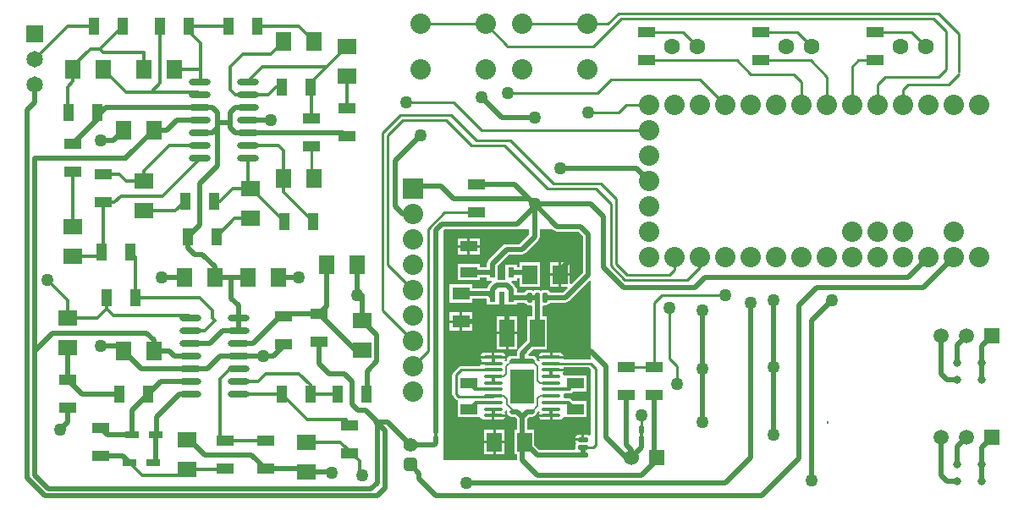
<source format=gtl>
G04 Layer_Physical_Order=1*
G04 Layer_Color=25308*
%FSAX24Y24*%
%MOIN*%
G70*
G01*
G75*
%ADD10C,0.0100*%
G04:AMPARAMS|DCode=11|XSize=30mil|YSize=20mil|CornerRadius=2mil|HoleSize=0mil|Usage=FLASHONLY|Rotation=90.000|XOffset=0mil|YOffset=0mil|HoleType=Round|Shape=RoundedRectangle|*
%AMROUNDEDRECTD11*
21,1,0.0300,0.0160,0,0,90.0*
21,1,0.0260,0.0200,0,0,90.0*
1,1,0.0040,0.0080,0.0130*
1,1,0.0040,0.0080,-0.0130*
1,1,0.0040,-0.0080,-0.0130*
1,1,0.0040,-0.0080,0.0130*
%
%ADD11ROUNDEDRECTD11*%
%ADD12C,0.0315*%
G04:AMPARAMS|DCode=13|XSize=20mil|YSize=40mil|CornerRadius=5mil|HoleSize=0mil|Usage=FLASHONLY|Rotation=270.000|XOffset=0mil|YOffset=0mil|HoleType=Round|Shape=RoundedRectangle|*
%AMROUNDEDRECTD13*
21,1,0.0200,0.0300,0,0,270.0*
21,1,0.0100,0.0400,0,0,270.0*
1,1,0.0100,-0.0150,-0.0050*
1,1,0.0100,-0.0150,0.0050*
1,1,0.0100,0.0150,0.0050*
1,1,0.0100,0.0150,-0.0050*
%
%ADD13ROUNDEDRECTD13*%
G04:AMPARAMS|DCode=14|XSize=20mil|YSize=40mil|CornerRadius=5mil|HoleSize=0mil|Usage=FLASHONLY|Rotation=180.000|XOffset=0mil|YOffset=0mil|HoleType=Round|Shape=RoundedRectangle|*
%AMROUNDEDRECTD14*
21,1,0.0200,0.0300,0,0,180.0*
21,1,0.0100,0.0400,0,0,180.0*
1,1,0.0100,-0.0050,0.0150*
1,1,0.0100,0.0050,0.0150*
1,1,0.0100,0.0050,-0.0150*
1,1,0.0100,-0.0050,-0.0150*
%
%ADD14ROUNDEDRECTD14*%
%ADD15R,0.0748X0.0591*%
%ADD16O,0.0787X0.0138*%
%ADD17R,0.0945X0.1331*%
%ADD18O,0.0866X0.0236*%
%ADD19R,0.0709X0.0512*%
%ADD20R,0.0669X0.0433*%
%ADD21R,0.0650X0.0433*%
%ADD22R,0.0591X0.1102*%
%ADD23R,0.0591X0.0748*%
%ADD24R,0.0433X0.0650*%
%ADD25R,0.0532X0.0256*%
%ADD26R,0.0236X0.0433*%
%ADD27C,0.0200*%
%ADD28C,0.0120*%
%ADD29C,0.0060*%
%ADD30R,0.0160X0.0140*%
G04:AMPARAMS|DCode=31|XSize=55.1mil|YSize=55.1mil|CornerRadius=16.5mil|HoleSize=0mil|Usage=FLASHONLY|Rotation=270.000|XOffset=0mil|YOffset=0mil|HoleType=Round|Shape=RoundedRectangle|*
%AMROUNDEDRECTD31*
21,1,0.0551,0.0220,0,0,270.0*
21,1,0.0220,0.0551,0,0,270.0*
1,1,0.0331,-0.0110,-0.0110*
1,1,0.0331,-0.0110,0.0110*
1,1,0.0331,0.0110,0.0110*
1,1,0.0331,0.0110,-0.0110*
%
%ADD31ROUNDEDRECTD31*%
%ADD32C,0.0551*%
%ADD33C,0.0630*%
%ADD34R,0.0591X0.0591*%
%ADD35C,0.0591*%
%ADD36C,0.0800*%
%ADD37R,0.0800X0.0800*%
%ADD38C,0.0650*%
%ADD39R,0.0650X0.0650*%
%ADD40R,0.0600X0.0600*%
%ADD41C,0.0600*%
%ADD42C,0.0500*%
%ADD43C,0.0200*%
G36*
X030937Y032456D02*
X031003Y032412D01*
X031081Y032396D01*
X031916D01*
X032096Y032216D01*
Y030784D01*
X031632Y030320D01*
X031586Y030340D01*
Y030650D01*
X031241D01*
Y030226D01*
X031472D01*
X031491Y030180D01*
X031316Y030004D01*
X030792D01*
X030791Y030009D01*
X030758Y030058D01*
X030709Y030091D01*
X030650Y030103D01*
X030550D01*
X030491Y030091D01*
X030450Y030064D01*
X030409Y030091D01*
X030350Y030103D01*
X030305D01*
X030300Y030104D01*
X030295Y030103D01*
X030250D01*
X030191Y030091D01*
X030150Y030064D01*
X030109Y030091D01*
X030050Y030103D01*
X030005D01*
X030000Y030104D01*
X029995Y030103D01*
X029950D01*
X029891Y030091D01*
X029842Y030058D01*
X029809Y030009D01*
X029808Y030004D01*
X029492D01*
Y030144D01*
X029474D01*
X029462Y030204D01*
X029418Y030270D01*
X029282Y030406D01*
X029303Y030456D01*
X029492D01*
Y030569D01*
X029614D01*
Y030226D01*
X030405D01*
Y031174D01*
X029614D01*
Y030976D01*
X029492D01*
Y031089D01*
X029056D01*
Y030504D01*
X028744D01*
Y031056D01*
X029184Y031496D01*
X029700D01*
X029778Y031512D01*
X029844Y031556D01*
X030335Y032046D01*
X030379Y032113D01*
X030394Y032191D01*
Y032500D01*
X030893D01*
X030937Y032456D01*
D02*
G37*
G36*
X029987Y032275D02*
X029616Y031904D01*
X029100D01*
X029022Y031888D01*
X028956Y031844D01*
X028382Y031270D01*
X028338Y031204D01*
X028322Y031126D01*
Y031089D01*
X028308D01*
Y030992D01*
X028035D01*
Y031105D01*
X027165D01*
Y030472D01*
X028035D01*
Y030584D01*
X028308D01*
Y030456D01*
X028497D01*
X028518Y030406D01*
X028382Y030270D01*
X028338Y030204D01*
X028328Y030155D01*
X027754D01*
Y030307D01*
X026846D01*
Y029595D01*
X027754D01*
Y029747D01*
X028308D01*
Y029511D01*
X028850D01*
Y029828D01*
X028950D01*
Y029511D01*
X029492D01*
Y029596D01*
X029808D01*
X029809Y029591D01*
X029842Y029542D01*
X029891Y029509D01*
X029950Y029497D01*
X030050D01*
X030057Y029499D01*
X030096Y029467D01*
Y029051D01*
X029895D01*
Y028084D01*
X029556Y027744D01*
X029548Y027732D01*
X029521Y027748D01*
X029518Y027750D01*
X029515Y027752D01*
X029509Y027755D01*
X029505Y027758D01*
Y027763D01*
X029505Y027796D01*
Y027797D01*
Y027797D01*
Y028350D01*
X029159D01*
Y027749D01*
X029457D01*
X029457D01*
X029458Y027749D01*
X029487D01*
X029499Y027749D01*
X029500Y027747D01*
X029502Y027745D01*
X029504Y027743D01*
X029505Y027742D01*
X029514Y027732D01*
X029533Y027711D01*
X029512Y027678D01*
X029496Y027600D01*
Y027504D01*
X029300D01*
X029222Y027488D01*
X029156Y027444D01*
X029112Y027378D01*
X029096Y027300D01*
X029049Y027281D01*
X029033Y027284D01*
X029010Y027328D01*
X029027Y027363D01*
X029042Y027386D01*
X029045Y027402D01*
X028071D01*
X028074Y027386D01*
X028090Y027363D01*
X028109Y027324D01*
X028090Y027284D01*
X028074Y027262D01*
X028071Y027246D01*
X028558D01*
Y027146D01*
X028071D01*
X028072Y027143D01*
X028044Y027093D01*
X027300D01*
X027241Y027081D01*
X027192Y027048D01*
X026992Y026848D01*
X026959Y026798D01*
X026947Y026740D01*
Y026000D01*
X026959Y025941D01*
X026992Y025892D01*
X027092Y025792D01*
X027141Y025759D01*
X027164Y025754D01*
X027165Y025705D01*
X027165Y025705D01*
X027165Y025705D01*
Y025072D01*
X028035D01*
X028035Y025072D01*
X028083Y025069D01*
X028112Y025027D01*
X028168Y024989D01*
X028233Y024976D01*
X028508D01*
Y025148D01*
X028558D01*
Y025198D01*
X029045D01*
X029042Y025214D01*
X029027Y025237D01*
X029008Y025276D01*
X029027Y025316D01*
X029036Y025329D01*
X029076Y025342D01*
X029094Y025344D01*
X029103Y025336D01*
X029096Y025300D01*
X029112Y025222D01*
X029156Y025156D01*
X029222Y025112D01*
X029300Y025096D01*
X029416D01*
X029496Y025016D01*
Y024574D01*
X029395D01*
Y023626D01*
X029496D01*
Y023400D01*
X026600D01*
Y032458D01*
X026638Y032496D01*
X029500D01*
X029520Y032500D01*
X029987D01*
Y032275D01*
D02*
G37*
G36*
X032400Y026984D02*
Y024385D01*
X032381Y024373D01*
X032350Y024364D01*
X032309Y024391D01*
X032250Y024403D01*
X032150D01*
Y024200D01*
X032100D01*
Y024150D01*
X031797D01*
X031809Y024091D01*
X031836Y024050D01*
X031809Y024009D01*
X031797Y023950D01*
Y023850D01*
X031799Y023843D01*
X031767Y023804D01*
X030375D01*
X030186Y023993D01*
Y024574D01*
X029904D01*
Y025016D01*
X029984Y025096D01*
X030100D01*
X030178Y025112D01*
X030244Y025156D01*
X030288Y025222D01*
X030304Y025300D01*
X030351Y025319D01*
X030367Y025316D01*
X030390Y025272D01*
X030373Y025237D01*
X030358Y025214D01*
X030355Y025198D01*
X030842D01*
Y025148D01*
X030892D01*
Y024976D01*
X031167D01*
X031232Y024989D01*
X031288Y025027D01*
X031317Y025069D01*
X031365Y025072D01*
X031365Y025072D01*
X031365Y025072D01*
X032235D01*
Y025705D01*
X031714D01*
X031643Y025776D01*
X031590Y025811D01*
X031528Y025823D01*
X031363D01*
X031330Y025873D01*
X031339Y025916D01*
X031330Y025959D01*
X031363Y026009D01*
X031560D01*
X031623Y026021D01*
X031676Y026057D01*
X031701Y026095D01*
X032235D01*
Y026728D01*
X031365D01*
Y026728D01*
X031325Y026751D01*
X031310Y026773D01*
X031291Y026812D01*
X031310Y026851D01*
X031326Y026874D01*
X031329Y026890D01*
X030842D01*
Y026990D01*
X031329D01*
X031328Y026993D01*
X031356Y027043D01*
X032341D01*
X032400Y026984D01*
D02*
G37*
G36*
Y030446D02*
Y028100D01*
Y027349D01*
X031356D01*
X031328Y027399D01*
X031329Y027402D01*
X030355D01*
X030358Y027386D01*
X030373Y027363D01*
X030390Y027328D01*
X030367Y027284D01*
X030351Y027281D01*
X030304Y027300D01*
X030288Y027378D01*
X030244Y027444D01*
X030178Y027488D01*
X030100Y027504D01*
X029963D01*
X029942Y027554D01*
X030137Y027749D01*
X030686D01*
Y029051D01*
X030504D01*
Y029467D01*
X030543Y029499D01*
X030550Y029497D01*
X030650D01*
X030709Y029509D01*
X030758Y029542D01*
X030791Y029591D01*
X030792Y029596D01*
X031400D01*
X031478Y029612D01*
X031544Y029656D01*
X032354Y030465D01*
X032400Y030446D01*
D02*
G37*
%LPC*%
G36*
X028883Y027624D02*
X028608D01*
Y027502D01*
X029045D01*
X029042Y027517D01*
X029005Y027573D01*
X028949Y027611D01*
X028883Y027624D01*
D02*
G37*
G36*
X028508D02*
X028233D01*
X028168Y027611D01*
X028112Y027573D01*
X028074Y027517D01*
X028071Y027502D01*
X028508D01*
Y027624D01*
D02*
G37*
G36*
X028559Y024050D02*
X028214D01*
Y023626D01*
X028559D01*
Y024050D01*
D02*
G37*
G36*
X029059Y028350D02*
X028714D01*
Y027749D01*
X029059D01*
Y028350D01*
D02*
G37*
G36*
X031167Y027624D02*
X030892D01*
Y027502D01*
X031329D01*
X031326Y027517D01*
X031288Y027573D01*
X031232Y027611D01*
X031167Y027624D01*
D02*
G37*
G36*
X030792D02*
X030517D01*
X030451Y027611D01*
X030395Y027573D01*
X030358Y027517D01*
X030355Y027502D01*
X030792D01*
Y027624D01*
D02*
G37*
G36*
X029045Y025098D02*
X028608D01*
Y024976D01*
X028883D01*
X028949Y024989D01*
X029005Y025027D01*
X029042Y025083D01*
X029045Y025098D01*
D02*
G37*
G36*
X032050Y024403D02*
X031950D01*
X031891Y024391D01*
X031842Y024358D01*
X031809Y024309D01*
X031797Y024250D01*
X032050D01*
Y024403D01*
D02*
G37*
G36*
X029005Y024574D02*
X028659D01*
Y024150D01*
X029005D01*
Y024574D01*
D02*
G37*
G36*
Y024050D02*
X028659D01*
Y023626D01*
X029005D01*
Y024050D01*
D02*
G37*
G36*
X030792Y025098D02*
X030355D01*
X030358Y025083D01*
X030395Y025027D01*
X030451Y024989D01*
X030517Y024976D01*
X030792D01*
Y025098D01*
D02*
G37*
G36*
X028559Y024574D02*
X028214D01*
Y024150D01*
X028559D01*
Y024574D01*
D02*
G37*
G36*
X027550Y031762D02*
X027165D01*
Y031495D01*
X027550D01*
Y031762D01*
D02*
G37*
G36*
X031586Y031174D02*
X031241D01*
Y030750D01*
X031586D01*
Y031174D01*
D02*
G37*
G36*
X031141D02*
X030795D01*
Y030750D01*
X031141D01*
Y031174D01*
D02*
G37*
G36*
X028035Y032128D02*
X027650D01*
Y031862D01*
X028035D01*
Y032128D01*
D02*
G37*
G36*
X027550D02*
X027165D01*
Y031862D01*
X027550D01*
Y032128D01*
D02*
G37*
G36*
X028035Y031762D02*
X027650D01*
Y031495D01*
X028035D01*
Y031762D01*
D02*
G37*
G36*
X031141Y030650D02*
X030795D01*
Y030226D01*
X031141D01*
Y030650D01*
D02*
G37*
G36*
X027250Y028799D02*
X026846D01*
Y028493D01*
X027250D01*
Y028799D01*
D02*
G37*
G36*
X029505Y029051D02*
X029159D01*
Y028450D01*
X029505D01*
Y029051D01*
D02*
G37*
G36*
X029059D02*
X028714D01*
Y028450D01*
X029059D01*
Y029051D01*
D02*
G37*
G36*
X027754Y029205D02*
X027350D01*
Y028899D01*
X027754D01*
Y029205D01*
D02*
G37*
G36*
X027250D02*
X026846D01*
Y028899D01*
X027250D01*
Y029205D01*
D02*
G37*
G36*
X027754Y028799D02*
X027350D01*
Y028493D01*
X027754D01*
Y028799D01*
D02*
G37*
%LPD*%
D10*
X041740Y024870D02*
G03*
X041740Y024870I-000010J000000D01*
G01*
X027009Y037491D02*
X028100Y036400D01*
X025141Y037491D02*
X027009D01*
X025000Y036800D02*
X026700D01*
X024400Y036200D02*
X025000Y036800D01*
X024900Y037000D02*
X026900D01*
X024200Y036300D02*
X024900Y037000D01*
X024400Y031100D02*
Y036200D01*
X026700Y036800D02*
X027700Y035800D01*
X024200Y029300D02*
Y036300D01*
X026900Y037000D02*
X027900Y036000D01*
X024400Y031100D02*
X025400Y030100D01*
X024200Y029300D02*
X025400Y028100D01*
Y027100D02*
X026000Y027700D01*
Y032500D01*
X027200Y025900D02*
X028562D01*
X026000Y032500D02*
X026639Y033139D01*
X027900D01*
X030700Y034100D02*
X032600D01*
X030950Y034300D02*
X032800D01*
X029250Y036000D02*
X030950Y034300D01*
X033400Y031136D02*
Y033700D01*
X033200Y031054D02*
Y033500D01*
X032600Y034100D02*
X033200Y033500D01*
X032800Y034300D02*
X033400Y033700D01*
X027300Y026940D02*
X028578D01*
X027100Y026000D02*
X027200Y025900D01*
X027100Y026000D02*
Y026740D01*
X027300Y026940D01*
X032600Y024001D02*
Y027000D01*
X032404Y027196D02*
X032600Y027000D01*
X030822Y027196D02*
X032404D01*
X044900Y038200D02*
X046500D01*
X044700Y038000D02*
X044900Y038200D01*
X044700Y037400D02*
Y038000D01*
X029700Y040572D02*
X032259D01*
X025700D02*
X028259D01*
X021400Y034591D02*
Y035739D01*
Y034591D02*
X021491Y034500D01*
X040700Y037400D02*
Y038300D01*
X039100Y039139D02*
X041061D01*
X041700Y038500D01*
Y037400D02*
Y038500D01*
X039100Y040261D02*
X040539D01*
X041100Y039700D01*
X043600Y040261D02*
X045039D01*
X045600Y039700D01*
X042939Y039139D02*
X043600D01*
X042700Y038900D02*
X042939Y039139D01*
X042700Y037400D02*
Y038900D01*
X034600Y040261D02*
X036039D01*
X036600Y039700D01*
X034600Y039139D02*
X038161D01*
X032259Y040572D02*
X033072D01*
X033500Y041000D01*
X046100D01*
X046900Y038700D02*
Y040200D01*
X046100Y041000D02*
X046900Y040200D01*
X028259Y040572D02*
X029100Y039731D01*
Y039700D02*
Y039731D01*
Y039700D02*
X032500D01*
X033600Y040800D01*
X045900D01*
X046400Y040300D01*
Y038800D02*
Y040300D01*
X046100Y038500D02*
X046400Y038800D01*
X044000Y038500D02*
X046100D01*
X043700Y038200D02*
X044000Y038500D01*
X043700Y037400D02*
Y038200D01*
X046500D02*
X046900Y038600D01*
X033800Y027061D02*
X034900D01*
X035700Y030900D02*
Y031000D01*
X033400Y031136D02*
X033836Y030700D01*
X035500D01*
X035700Y030900D01*
X033200Y031054D02*
X033754Y030500D01*
X036200D01*
X036700Y031000D01*
X035500Y027400D02*
Y029400D01*
X034900Y027061D02*
Y029600D01*
X035200Y029900D01*
X037700D01*
X032499Y023900D02*
X032600Y024001D01*
X032100Y023900D02*
X032499D01*
X034400Y024550D02*
X034410Y024560D01*
Y025140D01*
X040400Y038600D02*
X040700Y038300D01*
X036720Y038380D02*
X037700Y037400D01*
X033220Y038380D02*
X036720D01*
X032680Y037840D02*
X033220Y038380D01*
X032300Y037100D02*
X033520D01*
X033820Y037400D01*
X034700D01*
X038161Y039139D02*
X038700Y038600D01*
X040400D01*
X028100Y036400D02*
X034700D01*
X029000Y035800D02*
X030700Y034100D01*
X027700Y035800D02*
X029000D01*
X027900Y036000D02*
X029250D01*
X029140Y037840D02*
X032680D01*
X035500Y027400D02*
X035800Y027100D01*
Y026400D02*
Y027100D01*
D11*
X026300Y024200D02*
D03*
Y024600D02*
D03*
X034400Y024200D02*
D03*
Y024600D02*
D03*
D12*
X046825Y022556D02*
D03*
Y023226D02*
D03*
X047793Y022556D02*
D03*
Y023226D02*
D03*
X046825Y026556D02*
D03*
Y027226D02*
D03*
X047793Y026556D02*
D03*
Y027226D02*
D03*
D13*
X032100Y024200D02*
D03*
Y023600D02*
D03*
Y023900D02*
D03*
D14*
X030600Y029800D02*
D03*
X030000D02*
D03*
X030300D02*
D03*
D15*
X016500Y023009D02*
D03*
Y024191D02*
D03*
X011800Y027809D02*
D03*
Y028991D02*
D03*
X012000Y032591D02*
D03*
Y031409D02*
D03*
X022800Y038509D02*
D03*
Y039691D02*
D03*
X014800Y033209D02*
D03*
Y034391D02*
D03*
X019000Y032909D02*
D03*
Y034091D02*
D03*
X023400Y028891D02*
D03*
Y027709D02*
D03*
X021200Y022909D02*
D03*
Y024091D02*
D03*
D16*
X028558Y027452D02*
D03*
Y027196D02*
D03*
Y026940D02*
D03*
Y026684D02*
D03*
Y026428D02*
D03*
Y026172D02*
D03*
Y025916D02*
D03*
Y025660D02*
D03*
Y025404D02*
D03*
Y025148D02*
D03*
X030842Y027452D02*
D03*
Y027196D02*
D03*
Y026940D02*
D03*
Y026684D02*
D03*
Y026428D02*
D03*
Y026172D02*
D03*
Y025916D02*
D03*
Y025660D02*
D03*
Y025404D02*
D03*
Y025148D02*
D03*
D17*
X029700Y026300D02*
D03*
D18*
X016655Y029000D02*
D03*
Y028500D02*
D03*
Y028000D02*
D03*
Y027500D02*
D03*
Y027000D02*
D03*
Y026500D02*
D03*
Y026000D02*
D03*
X018545Y029000D02*
D03*
Y028500D02*
D03*
Y028000D02*
D03*
Y027500D02*
D03*
Y027000D02*
D03*
Y026500D02*
D03*
Y026000D02*
D03*
X017005Y038300D02*
D03*
Y037800D02*
D03*
Y037300D02*
D03*
Y036800D02*
D03*
Y036300D02*
D03*
Y035800D02*
D03*
Y035300D02*
D03*
X018895Y038300D02*
D03*
Y037800D02*
D03*
Y037300D02*
D03*
Y036800D02*
D03*
Y036300D02*
D03*
Y035800D02*
D03*
Y035300D02*
D03*
D19*
X027300Y029951D02*
D03*
Y028849D02*
D03*
D20*
X027600Y030788D02*
D03*
Y031812D02*
D03*
X031800Y026412D02*
D03*
Y025388D02*
D03*
X027600Y026412D02*
D03*
Y025388D02*
D03*
D21*
X043600Y039139D02*
D03*
Y040261D02*
D03*
X039100Y039139D02*
D03*
Y040261D02*
D03*
X034600Y039139D02*
D03*
Y040261D02*
D03*
X027900Y033139D02*
D03*
Y034261D02*
D03*
X021400Y035739D02*
D03*
Y036861D02*
D03*
X013200Y033539D02*
D03*
Y034661D02*
D03*
X022800Y036139D02*
D03*
Y037261D02*
D03*
X012000Y034739D02*
D03*
Y035861D02*
D03*
X021700Y029161D02*
D03*
Y028039D02*
D03*
X020300Y027939D02*
D03*
Y029061D02*
D03*
X013100Y023539D02*
D03*
Y024661D02*
D03*
X011800Y026561D02*
D03*
Y025439D02*
D03*
X018000Y023039D02*
D03*
Y024161D02*
D03*
X019600Y024161D02*
D03*
Y023039D02*
D03*
X022900Y023639D02*
D03*
Y024761D02*
D03*
X033800Y027061D02*
D03*
Y025939D02*
D03*
X034900Y027061D02*
D03*
Y025939D02*
D03*
D22*
X030291Y028400D02*
D03*
X029109D02*
D03*
D23*
X029791Y024100D02*
D03*
X028609D02*
D03*
X014809Y038800D02*
D03*
X015991D02*
D03*
X014009Y036400D02*
D03*
X015191D02*
D03*
X014009Y027700D02*
D03*
X015191D02*
D03*
X012009Y038800D02*
D03*
X013191D02*
D03*
X021491Y039900D02*
D03*
X020309D02*
D03*
X021491Y034500D02*
D03*
X020309D02*
D03*
X023191Y031100D02*
D03*
X022009D02*
D03*
X020091Y030600D02*
D03*
X018909D02*
D03*
X016409D02*
D03*
X017591D02*
D03*
X031191Y030700D02*
D03*
X030009D02*
D03*
D24*
X019261Y040500D02*
D03*
X018139D02*
D03*
X015439D02*
D03*
X016561D02*
D03*
X017661Y032200D02*
D03*
X016539D02*
D03*
X020339Y032800D02*
D03*
X021461D02*
D03*
X013961Y040500D02*
D03*
X012839D02*
D03*
X014261Y031600D02*
D03*
X013139D02*
D03*
X011839Y037100D02*
D03*
X012961D02*
D03*
X020239Y038100D02*
D03*
X021361D02*
D03*
X016439Y033600D02*
D03*
X017561D02*
D03*
X013339Y029800D02*
D03*
X014461D02*
D03*
X014961Y026000D02*
D03*
X013839D02*
D03*
X020239D02*
D03*
X021361D02*
D03*
X022439D02*
D03*
X023561D02*
D03*
D25*
X014228Y023300D02*
D03*
X015172D02*
D03*
X015272Y024400D02*
D03*
X014328D02*
D03*
D26*
X028526Y029828D02*
D03*
X028900D02*
D03*
X029274D02*
D03*
Y030772D02*
D03*
X028526D02*
D03*
D27*
X026250Y024000D02*
X026300Y024050D01*
X025300Y024000D02*
X026250D01*
X032100Y023600D02*
Y023900D01*
X030000Y029800D02*
X030300D01*
X027851Y028849D02*
X028200Y028500D01*
X027300Y028849D02*
X027851D01*
X024700Y035200D02*
X025700Y036200D01*
X024700Y033400D02*
Y035200D01*
Y033400D02*
X025000Y033100D01*
X025400D01*
X024000Y024850D02*
Y024900D01*
Y022500D02*
Y024850D01*
X024300Y024550D01*
X023950Y024900D02*
X024000Y024850D01*
Y024900D02*
X024400D01*
X024300Y022300D02*
Y024550D01*
X024400Y024900D02*
X025300Y024000D01*
X023550Y025350D02*
X024000Y024900D01*
X025300Y023213D02*
X025650Y022863D01*
X023250Y025350D02*
X023550D01*
X023000Y025600D02*
X023250Y025350D01*
X023000Y025600D02*
Y026500D01*
X025650Y022650D02*
Y022863D01*
X024000Y022000D02*
X024300Y022300D01*
X023750Y022250D02*
X024000Y022500D01*
X025400Y034100D02*
X025500Y034200D01*
X026500D01*
X027000Y033700D01*
X029981D01*
X026300Y032446D02*
X026554Y032700D01*
X026300Y024600D02*
Y032446D01*
X030191Y033491D02*
X031081Y032600D01*
X030191Y032191D02*
Y033391D01*
X029981Y033700D02*
X030191Y033491D01*
Y033391D02*
Y033491D01*
X029500Y032700D02*
X030191Y033391D01*
X026554Y032700D02*
X029500D01*
X031200Y034900D02*
X034200D01*
X031081Y032600D02*
X032000D01*
X032300Y032300D01*
Y030700D02*
Y032300D01*
X031400Y029800D02*
X032300Y030700D01*
X032900Y031000D02*
Y033000D01*
X032400Y033500D02*
X032900Y033000D01*
X030200Y033500D02*
X032400D01*
X034200Y034900D02*
X034700Y034400D01*
X029700Y031700D02*
X030191Y032191D01*
X029100Y031700D02*
X029700D01*
X030600Y029800D02*
X031400D01*
X028510Y030788D02*
X028526Y030772D01*
X027600Y030788D02*
X028510D01*
X029274Y029828D02*
Y030126D01*
X029100Y030300D02*
X029274Y030126D01*
X028700Y030300D02*
X029100D01*
X028526Y030126D02*
X028700Y030300D01*
X028526Y029828D02*
Y030126D01*
X028402Y029951D02*
X028526Y029828D01*
X027300Y029951D02*
X028402D01*
X029916Y030772D02*
X029988Y030700D01*
X029274Y030772D02*
X029916D01*
X029900Y029800D02*
X030000Y029900D01*
X028526Y031126D02*
X029100Y031700D01*
X028526Y030772D02*
Y031126D01*
X029274Y029828D02*
X029302Y029800D01*
X029900D01*
X030212Y028400D02*
X030300Y028488D01*
X030212Y028112D02*
Y028400D01*
X030300Y028488D02*
Y029900D01*
X030291Y028400D02*
X030300Y028409D01*
X029109Y028400D02*
Y029191D01*
X028900Y029400D02*
X029109Y029191D01*
X028900Y029400D02*
Y029828D01*
X041300Y030200D02*
X045500D01*
X046700Y031400D01*
X038700Y023500D02*
Y029600D01*
X041100Y028900D02*
X041900Y029700D01*
X041100Y022600D02*
Y028900D01*
X044900Y030600D02*
X045700Y031400D01*
X036900Y030600D02*
X044900D01*
X010900Y022000D02*
X024000D01*
X010200Y022700D02*
X010900Y022000D01*
X011050Y022250D02*
X023750D01*
X027500Y022500D02*
X037700D01*
X038700Y023500D01*
X010500Y022800D02*
Y035300D01*
Y022800D02*
X011050Y022250D01*
X047793Y023875D02*
X048209Y024291D01*
X047793Y023226D02*
Y023875D01*
Y022556D02*
Y023226D01*
X046209Y022791D02*
Y024291D01*
Y022791D02*
X046444Y022556D01*
X046825D01*
Y023907D02*
X047209Y024291D01*
X046825Y023226D02*
Y023907D01*
X047793Y027875D02*
X048209Y028291D01*
X047793Y027226D02*
Y027875D01*
Y026556D02*
Y027226D01*
X046825Y027907D02*
X047209Y028291D01*
X046825Y027226D02*
Y027907D01*
X046209Y026791D02*
Y028291D01*
Y026791D02*
X046444Y026556D01*
X016100Y036800D02*
X017005D01*
X017500Y037300D02*
X017700Y037100D01*
X017500Y036300D02*
X017700Y036500D01*
X018400Y037300D02*
X018895D01*
X018200Y037100D02*
X018400Y037300D01*
X018200Y036500D02*
X018400Y036300D01*
X018895Y036800D02*
X019800D01*
X013300Y037300D02*
X017500D01*
X013100Y037100D02*
X013300Y037300D01*
X015700Y036400D02*
X016100Y036800D01*
X015191Y036400D02*
X015700D01*
X012961Y036822D02*
Y037100D01*
X012000Y035861D02*
X012961Y036822D01*
Y037100D02*
X013100D01*
X014100Y035309D02*
X015191Y036400D01*
X014100Y035300D02*
Y035309D01*
X010500Y035300D02*
X014100D01*
X022639Y036300D02*
X022800Y036139D01*
X018875Y036300D02*
X022639D01*
X018400D02*
X018875D01*
X010500Y037500D02*
Y038200D01*
X010200Y037200D02*
X010500Y037500D01*
X018525Y028500D02*
Y029000D01*
Y029475D01*
X018250Y029750D02*
X018525Y029475D01*
X018250Y029750D02*
Y030600D01*
X017591D02*
X018250D01*
X018909D01*
X015500D02*
X016409D01*
X020091D02*
X020900D01*
X016675Y028000D02*
X017400D01*
X017900Y028500D01*
X018525D01*
X017700Y035000D02*
Y036500D01*
X017000Y034300D02*
X017700Y035000D01*
X017000Y032661D02*
Y034300D01*
X016539Y032200D02*
X017000Y032661D01*
X016539Y031761D02*
Y032200D01*
Y031761D02*
X016800Y031500D01*
X017100D01*
X017591Y031009D01*
Y030600D02*
Y031009D01*
X017005Y036300D02*
X017025D01*
X017500D01*
X022009Y029470D02*
Y031100D01*
X021700Y029161D02*
X022009Y029470D01*
X021700Y029161D02*
X023152Y027709D01*
X023400D01*
X023191Y030109D02*
Y031100D01*
X023200Y029900D02*
X023400D01*
X023191Y030109D02*
X023300Y030000D01*
X019500Y027500D02*
X019900D01*
X017800D02*
X019500D01*
X019900D02*
X020300Y027900D01*
X018525Y028000D02*
X019100D01*
X020161Y029061D01*
X020300D01*
X020400Y029161D01*
X021700D01*
X015191Y027700D02*
X015800D01*
X016000Y027500D01*
X016675D01*
X014709Y027000D02*
X017300D01*
X017800Y027500D01*
X013809Y027900D02*
X014009Y027700D01*
X013100Y027900D02*
X013809D01*
X015191Y027700D02*
Y028109D01*
X014900Y028400D02*
X015191Y028109D01*
X011200Y028400D02*
X014900D01*
X010500Y027700D02*
X011200Y028400D01*
X011800Y026561D02*
Y027809D01*
Y026561D02*
X012361Y026000D01*
X013839D01*
X014009Y027700D02*
X014709Y027000D01*
X015461Y026500D02*
X016675D01*
X014961Y026000D02*
X015461Y026500D01*
X014328Y025367D02*
X014961Y026000D01*
X014328Y024400D02*
Y025367D01*
X013361Y024400D02*
X014328D01*
X013100Y024661D02*
X013361Y024400D01*
X013100Y023539D02*
X013989D01*
X014228Y023300D01*
X016200Y026000D02*
X016675D01*
X015300Y025100D02*
X016200Y026000D01*
X015300Y024428D02*
Y025100D01*
X015272Y023400D02*
Y024400D01*
X015172Y023300D02*
X015272Y023400D01*
X011800Y024900D02*
Y025439D01*
X011500Y024600D02*
X011800Y024900D01*
X016500Y024191D02*
X016609D01*
X017200Y023600D01*
X019039D01*
X019600Y023039D01*
X021070D01*
X021200Y022909D01*
X022191D01*
X022200Y022900D01*
X021700Y027200D02*
Y028039D01*
X010200Y022700D02*
Y037200D01*
X021700Y027200D02*
X022100Y026800D01*
X022700D01*
X023000Y026500D01*
X023400Y028891D02*
X023974Y028317D01*
Y027274D02*
Y028317D01*
X023600Y026900D02*
X023974Y027274D01*
X023600Y026039D02*
Y026900D01*
X023561Y026000D02*
X023600Y026039D01*
X023400Y028891D02*
Y029900D01*
X017700Y036700D02*
X018200D01*
X017700Y036500D02*
Y036700D01*
Y037100D01*
X018200Y036500D02*
Y036700D01*
Y037100D01*
X013100Y036000D02*
X013609D01*
X014009Y036400D01*
X029700Y025100D02*
X029900Y025300D01*
X030100D01*
X029500D02*
X029700Y025100D01*
X029300Y025300D02*
X029500D01*
X029300Y027300D02*
X029700D01*
X030100D01*
X029700D02*
Y027600D01*
X030212Y028112D01*
X040600Y029500D02*
X041300Y030200D01*
X026300Y022000D02*
X039151D01*
X040600Y023449D01*
Y029500D01*
X039600Y024400D02*
Y029700D01*
X032900Y031000D02*
X033700Y030200D01*
X036500D01*
X036900Y030600D01*
X034900Y023600D02*
Y025939D01*
X035000Y023400D02*
Y023500D01*
X034400Y022800D02*
X035000Y023400D01*
X030300Y022800D02*
X034400D01*
X029700Y023400D02*
X030300Y022800D01*
X030291Y023600D02*
X032100D01*
X029791Y024100D02*
X030291Y023600D01*
X029700Y023400D02*
Y025100D01*
X033800Y024000D02*
Y025939D01*
Y024000D02*
X034000Y023800D01*
Y023500D02*
Y023800D01*
X034400Y023900D02*
Y024150D01*
X034000Y023500D02*
X034400Y023900D01*
X025650Y022650D02*
X026300Y022000D01*
X031700Y027700D02*
X032400D01*
X033000Y027100D01*
Y024300D02*
Y027100D01*
Y024300D02*
X033800Y023500D01*
X034000D01*
X046444Y026556D02*
X046825D01*
X031012Y030700D02*
X031500Y031188D01*
Y031700D01*
X027900Y034261D02*
X029420D01*
X029981Y033700D01*
X028100Y037700D02*
X028900Y036900D01*
X030200D01*
X036800Y024900D02*
Y029300D01*
D28*
X023300Y022900D02*
X023400Y022800D01*
X022761Y024900D02*
X022900Y024761D01*
X022761Y024900D02*
Y025000D01*
X028558Y027196D02*
Y027452D01*
X030842Y026684D02*
Y026940D01*
X028558Y025148D02*
Y025404D01*
X030842Y025148D02*
Y025404D01*
X028578Y026428D02*
Y026684D01*
X027872Y025660D02*
X028598D01*
X027600Y025388D02*
X027872Y025660D01*
X011000Y030500D02*
X011800Y029700D01*
Y028991D02*
Y029700D01*
X017000Y029800D02*
X017500Y029300D01*
X014461Y029800D02*
X017000D01*
X017500Y029000D02*
Y029300D01*
X021400Y036861D02*
Y038061D01*
X023300Y022900D02*
Y023339D01*
X018895Y034196D02*
X018991Y034100D01*
X014800Y033209D02*
X014809Y033200D01*
X015800Y035800D02*
X017005D01*
X022800Y037300D02*
Y038409D01*
X016561Y040500D02*
X018139D01*
X017025Y038300D02*
Y039836D01*
X013191Y038800D02*
X014091Y037900D01*
X016925D02*
X017025Y037800D01*
X014809Y038800D02*
Y039452D01*
X012009Y038909D02*
X012700Y039600D01*
X012009Y038800D02*
Y038909D01*
X015439Y038239D02*
Y040300D01*
X015100Y037900D02*
X015439Y038239D01*
X014091Y037900D02*
X015100D01*
X016925D01*
X013061Y039600D02*
X013961Y040500D01*
X012700Y039600D02*
X013061D01*
X013209Y039452D02*
X014809D01*
X013061Y039600D02*
X013209Y039452D01*
X016561Y040300D02*
Y040500D01*
Y040300D02*
X017025Y039836D01*
X011800Y040500D02*
X012839D01*
X010500Y039200D02*
X011800Y040500D01*
X019261D02*
X020891D01*
X021491Y039900D01*
X019809Y039400D02*
X020309Y039900D01*
X018700Y039400D02*
X019809D01*
X018200Y038900D02*
X018700Y039400D01*
X018200Y038000D02*
Y038900D01*
Y038000D02*
X018400Y037800D01*
X018875D01*
X019700D01*
X020000Y038100D01*
X020239D01*
X018875Y038300D02*
X019475Y038900D01*
X022009D01*
X022800Y039691D01*
X021361Y038252D02*
X022009Y038900D01*
X012009Y038309D02*
Y038800D01*
X011800Y038100D02*
X012009Y038309D01*
X011800Y037139D02*
Y038100D01*
Y037139D02*
X011839Y037100D01*
X014800Y034800D02*
X015800Y035800D01*
X014800Y034391D02*
Y034800D01*
X013200Y034661D02*
X013839D01*
X014109Y034391D01*
X014800D01*
X015525Y033800D02*
X017025Y035300D01*
X013900Y033800D02*
X015525D01*
X013639Y033539D02*
X013900Y033800D01*
X013200Y033539D02*
X013639D01*
X012000Y032591D02*
Y034739D01*
X013200Y031661D02*
Y033539D01*
X012000Y031409D02*
X012948D01*
X013139Y031600D01*
X013200Y031661D01*
X014800Y033209D02*
X016048D01*
X016439Y033600D01*
X017561D02*
X017800D01*
X018300Y034100D01*
X018991D01*
X018875Y035800D02*
X020100D01*
X020309Y035591D01*
Y034500D02*
Y035591D01*
X019000Y034091D02*
X019048D01*
X020339Y032800D01*
X018895Y034196D02*
Y035300D01*
X018370Y032909D02*
X019000D01*
X017661Y032200D02*
X018370Y032909D01*
X020309Y033952D02*
Y034500D01*
Y033952D02*
X021461Y032800D01*
X016500Y023009D02*
X017970D01*
X018000Y023039D01*
Y024161D02*
X019600D01*
X018200Y027000D02*
X018525D01*
X017800Y026600D02*
X018200Y027000D01*
X017800Y024361D02*
Y026600D01*
Y024361D02*
X018000Y024161D01*
X018525Y026000D02*
X020239D01*
X021239Y025000D01*
X021361Y026000D02*
X022439D01*
X018525Y026500D02*
X019300D01*
X019600Y026800D01*
X020900D01*
X021361Y026339D01*
Y026000D02*
Y026339D01*
X016675Y028500D02*
X017200D01*
X017600Y028900D01*
X017500Y029000D02*
X017600Y028900D01*
X014461Y029800D02*
Y031400D01*
X014261Y031600D02*
X014461Y031400D01*
X013339Y029361D02*
Y029800D01*
Y029361D02*
X013600Y029100D01*
X016575D01*
X016675Y029000D01*
X011800Y028991D02*
X012969D01*
X013339Y029361D01*
X021239Y025000D02*
X022761D01*
X021200Y024091D02*
X022548D01*
X023300Y023339D01*
X014228Y023300D02*
X014728Y022800D01*
X016291D01*
X016500Y023009D01*
X015991Y038800D02*
X017025D01*
Y038300D02*
Y038800D01*
X027840Y026172D02*
X028598D01*
X027600Y026412D02*
X027840Y026172D01*
X030802D02*
X031560D01*
X030802Y025660D02*
X031528D01*
X031800Y025388D01*
D29*
X028578Y026684D02*
X028984D01*
X028558D02*
X028578D01*
X028984D02*
X029082Y026782D01*
Y027082D01*
X029300Y027300D01*
X030318Y026520D02*
X030410Y026428D01*
X030842D01*
X030318Y026520D02*
Y027082D01*
X030100Y027300D02*
X030318Y027082D01*
X030416Y025916D02*
X030842D01*
X030318Y025818D02*
X030416Y025916D01*
X030318Y025518D02*
Y025818D01*
X030100Y025300D02*
X030318Y025518D01*
X028562Y025900D02*
X028582Y025920D01*
X028558Y025904D02*
X028562Y025900D01*
X028582Y025920D02*
X028970D01*
X029098Y025792D01*
Y025581D02*
Y025792D01*
Y025581D02*
X029300Y025378D01*
Y025300D02*
Y025378D01*
D30*
X026300Y024400D02*
D03*
X034400D02*
D03*
D31*
X025300Y023213D02*
D03*
D32*
Y024000D02*
D03*
D33*
X045600Y039700D02*
D03*
X044600D02*
D03*
X041100D02*
D03*
X040100D02*
D03*
X036600D02*
D03*
X035600D02*
D03*
D34*
X048209Y024291D02*
D03*
Y028291D02*
D03*
D35*
X047209Y024291D02*
D03*
X046209D02*
D03*
X047209Y028291D02*
D03*
X046209D02*
D03*
D36*
X025400Y026100D02*
D03*
Y027100D02*
D03*
Y028100D02*
D03*
Y029100D02*
D03*
Y030100D02*
D03*
Y031100D02*
D03*
Y032100D02*
D03*
Y033100D02*
D03*
X047700Y037400D02*
D03*
X046700D02*
D03*
X045700D02*
D03*
X044700D02*
D03*
X043700D02*
D03*
X042700D02*
D03*
X041700D02*
D03*
Y031400D02*
D03*
X042700D02*
D03*
X045700D02*
D03*
X046700D02*
D03*
X047700D02*
D03*
X043700D02*
D03*
X044700D02*
D03*
X046700Y032400D02*
D03*
X044700D02*
D03*
X043700D02*
D03*
X042700D02*
D03*
X040700Y031400D02*
D03*
X039700D02*
D03*
X038700D02*
D03*
X037700D02*
D03*
X036700D02*
D03*
X035700D02*
D03*
X034700D02*
D03*
Y032400D02*
D03*
Y033400D02*
D03*
Y034400D02*
D03*
Y035400D02*
D03*
Y036400D02*
D03*
Y037400D02*
D03*
X035700D02*
D03*
X036700D02*
D03*
X037700D02*
D03*
X038700D02*
D03*
X039700D02*
D03*
X040700D02*
D03*
X025700Y038800D02*
D03*
X028259D02*
D03*
Y040572D02*
D03*
X025700D02*
D03*
X029700Y038800D02*
D03*
X032259D02*
D03*
Y040572D02*
D03*
X029700D02*
D03*
D37*
X025400Y034100D02*
D03*
D38*
X010500Y038200D02*
D03*
Y039200D02*
D03*
D39*
Y040200D02*
D03*
D40*
X035000Y023500D02*
D03*
D41*
X034000D02*
D03*
D42*
X031900Y029200D02*
D03*
X028600Y032100D02*
D03*
X023400Y022800D02*
D03*
X028200Y028500D02*
D03*
X025141Y037491D02*
D03*
X025700Y036200D02*
D03*
X031200Y034900D02*
D03*
X038700Y029600D02*
D03*
X041100Y022600D02*
D03*
X041900Y029700D02*
D03*
X030200Y033500D02*
D03*
X027500Y022500D02*
D03*
X011000Y030500D02*
D03*
X019800Y036800D02*
D03*
X015500Y030600D02*
D03*
X020900D02*
D03*
X023200Y029900D02*
D03*
X019500Y027500D02*
D03*
X013100Y027900D02*
D03*
X011500Y024600D02*
D03*
X022200Y022900D02*
D03*
X013100Y036000D02*
D03*
X027600Y024100D02*
D03*
X031700Y027700D02*
D03*
X027470Y027450D02*
D03*
X039600Y024400D02*
D03*
Y029700D02*
D03*
Y027050D02*
D03*
X035500Y029400D02*
D03*
X037700Y029900D02*
D03*
X031400Y024600D02*
D03*
X031500Y031700D02*
D03*
X034410Y025140D02*
D03*
X032300Y037100D02*
D03*
X029140Y037840D02*
D03*
X028100Y037700D02*
D03*
X030200Y036900D02*
D03*
X035800Y026400D02*
D03*
X036800Y029300D02*
D03*
Y024900D02*
D03*
Y027000D02*
D03*
D43*
X029483Y026733D02*
D03*
X029917D02*
D03*
X029483Y026300D02*
D03*
X029917D02*
D03*
X029483Y025867D02*
D03*
X029917D02*
D03*
M02*

</source>
